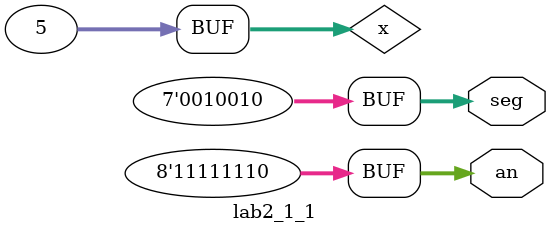
<source format=v>
`timescale 1ns / 1ps


module lab2_1_1(
    output [7:0] an,
    output [6:0] seg
    );
        integer x=4'd5;
        /*wire [3:0] x;
        
        DtoB(i,x);*/
        assign an=8'b11111110;
        assign seg[0] = (~x[3] & x[2]&~x[1]&~x[0]) | (~x[3] & ~x[2] & ~x[1] & x[0]);
        assign seg[1] = (~x[3] & x[2] & x[1] & ~x[0]) | (~x[3] & x[2] & ~x[1] & x[0]);
        assign seg[2] = ~x[3] & ~x[2] & x[1] & ~x[0];
        assign seg[3] = (~x[3] & ~x[2] & ~x[1] & x[0]) | (~x[3] & x[2] & ~x[1] & ~x[0]) | (~x[3] & x[2] & x[1] & x[0]);
        assign seg[4] = x[0] | (~x[3] & x[2] & ~x[1]);
        assign seg[5] = (x[1] & x[0]) | (~x[3] & ~x[2] & x[1]) | (~x[3] & ~x[2] & x[0]);
        assign seg[6] = (~x[3] & ~x[2] & ~x[1])| (x[2] & x[1] & x[0]);
endmodule

</source>
